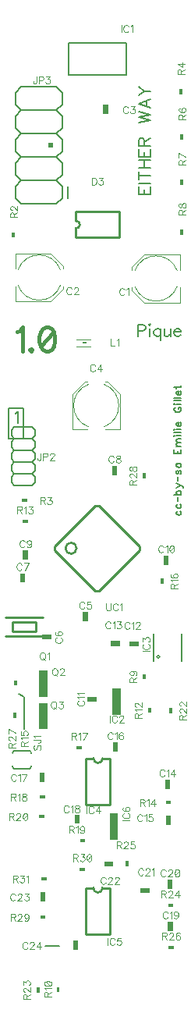
<source format=gto>
G04 DipTrace 3.3.0.0*
G04 uPeaks.GTO*
%MOIN*%
G04 #@! TF.FileFunction,Legend,Top*
G04 #@! TF.Part,Single*
%ADD10C,0.009843*%
%ADD18C,0.008*%
%ADD20C,0.01*%
%ADD21C,0.006*%
%ADD22C,0.004*%
%ADD38C,0.002756*%
%ADD90C,0.004632*%
%ADD92C,0.00772*%
%ADD93C,0.015439*%
%FSLAX26Y26*%
G04*
G70*
G90*
G75*
G01*
G04 TopSilk*
%LPD*%
X1143522Y3519458D2*
D22*
Y3454499D1*
X991928D1*
X938777Y3507645D1*
Y3519458D1*
Y3594264D2*
Y3606077D1*
X991928Y3659223D1*
X1143522D1*
Y3594264D1*
X1131705Y3523388D2*
G02X950594Y3523388I-90556J33497D01*
G01*
X1131705Y3590333D2*
G03X950594Y3590333I-90556J-33497D01*
G01*
X439191Y3598292D2*
Y3663251D1*
X590786D1*
X643937Y3610104D1*
Y3598292D1*
Y3523485D2*
Y3511673D1*
X590786Y3458526D1*
X439191D1*
Y3523485D1*
X451009Y3594361D2*
G02X632120Y3594361I90556J-33497D01*
G01*
X451009Y3527416D2*
G03X632120Y3527416I90556J33497D01*
G01*
G36*
X814671Y4298613D2*
X835913D1*
Y4259388D1*
X814671D1*
Y4298613D1*
G37*
X748046Y2911751D2*
D22*
X683087D1*
Y3063345D1*
X736233Y3116496D1*
X748046D1*
X822852D2*
X834665D1*
X887811Y3063345D1*
Y2911751D1*
X822852D1*
X751976Y2923568D2*
G02X751976Y3104679I33497J90556D01*
G01*
X818921Y2923568D2*
G03X818921Y3104679I-33497J90556D01*
G01*
G36*
X728144Y2132563D2*
X749387D1*
Y2093339D1*
X728144D1*
Y2132563D1*
G37*
G36*
X553640Y2015088D2*
X592865D1*
Y2036330D1*
X553640D1*
Y2015088D1*
G37*
G36*
X460116Y2297344D2*
X481358D1*
Y2258119D1*
X460116D1*
Y2297344D1*
G37*
G36*
X853323Y2756546D2*
X874565D1*
Y2717322D1*
X853323D1*
Y2756546D1*
G37*
G36*
X493501Y2355835D2*
X472259D1*
Y2395059D1*
X493501D1*
Y2355835D1*
G37*
G36*
X1074039Y2372693D2*
X1095282D1*
Y2333469D1*
X1074039D1*
Y2372693D1*
G37*
G36*
X787612Y1770463D2*
X748387D1*
Y1749221D1*
X787612D1*
Y1770463D1*
G37*
G36*
X927798Y1985612D2*
X967022D1*
Y2006854D1*
X927798D1*
Y1985612D1*
G37*
G36*
X846549Y1987432D2*
X885773D1*
Y2008674D1*
X846549D1*
Y1987432D1*
G37*
G36*
X1101474Y1376711D2*
X1080231D1*
Y1415936D1*
X1101474D1*
Y1376711D1*
G37*
G36*
X1083970Y1262042D2*
X1105212D1*
Y1222818D1*
X1083970D1*
Y1262042D1*
G37*
G36*
X856749Y1574854D2*
X877992D1*
Y1535630D1*
X856749D1*
Y1574854D1*
G37*
G36*
X544243Y1447013D2*
X565485D1*
Y1407789D1*
X544243D1*
Y1447013D1*
G37*
G36*
X692703Y1267328D2*
X713946D1*
Y1228104D1*
X692703D1*
Y1267328D1*
G37*
G36*
X1092070Y809665D2*
X1113312D1*
Y770441D1*
X1092070D1*
Y809665D1*
G37*
G36*
X1111912Y949739D2*
X1090670D1*
Y988963D1*
X1111912D1*
Y949739D1*
G37*
G36*
X973360Y933314D2*
X1012584D1*
Y954556D1*
X973360D1*
Y933314D1*
G37*
G36*
X858654Y1067475D2*
X819429D1*
Y1046233D1*
X858654D1*
Y1067475D1*
G37*
G36*
X546853Y936353D2*
X568096D1*
Y897129D1*
X546853D1*
Y936353D1*
G37*
G36*
X687467Y728874D2*
X708710D1*
Y689650D1*
X687467D1*
Y728874D1*
G37*
X698100Y3732004D2*
D10*
X883147D1*
Y3840284D1*
Y3842246D2*
X698100D1*
Y3802882D1*
Y3732004D2*
Y3771367D1*
G03X698100Y3802882I1844J15758D01*
G01*
X668171Y4562346D2*
D21*
Y4426118D1*
X914155D2*
Y4562346D1*
X668171D2*
X914155D1*
Y4426118D2*
X668171D1*
X1149147Y1921331D2*
D18*
Y2039427D1*
X1031037D2*
Y1921331D1*
X1044938Y1941381D2*
G02X1044938Y1941381I5652J0D01*
G01*
X741832Y1507472D2*
D10*
Y1310617D1*
X844208Y1507472D2*
Y1310617D1*
X741832D2*
X844208D1*
X773325Y1507472D2*
X741832D1*
X812714D2*
X844208D1*
X773325D2*
G03X812714Y1507472I19694J9D01*
G01*
X741463Y954512D2*
Y757658D1*
X843839Y954512D2*
Y757658D1*
X741463D2*
X843839D1*
X772956Y954512D2*
X741463D1*
X812345D2*
X843839D1*
X772956D2*
G03X812345Y954512I19694J9D01*
G01*
X435124Y2922224D2*
D21*
X422625Y2909724D1*
Y2884724D2*
X435124Y2872224D1*
X422625Y2859724D1*
Y2834724D2*
X435124Y2822224D1*
X422625Y2809724D1*
Y2784724D2*
X435124Y2772224D1*
X422625Y2759724D1*
Y2734724D2*
X435124Y2722224D1*
Y2922224D2*
X510128D1*
X522627Y2909724D1*
Y2884724D1*
X510128Y2872224D1*
X522627Y2859724D1*
Y2834724D1*
X510128Y2822224D1*
X522627Y2809724D1*
Y2784724D1*
X510128Y2772224D1*
X522627Y2759724D1*
Y2734724D1*
X510128Y2722224D1*
Y2872224D2*
X435124D1*
X510128Y2822224D2*
X435124D1*
X510128Y2772224D2*
X435124D1*
X510128Y2722224D2*
X435124D1*
X422625Y2759724D2*
Y2734724D1*
Y2809724D2*
Y2784724D1*
Y2859724D2*
Y2834724D1*
Y2909724D2*
Y2884724D1*
X435124Y2722224D2*
X422625Y2709724D1*
Y2684724D2*
X435124Y2672224D1*
X510128Y2722224D2*
X522627Y2709724D1*
Y2684724D1*
X510128Y2672224D1*
X435124D1*
X422625Y2709724D2*
Y2684724D1*
X410127Y2909724D2*
D18*
Y2884724D1*
X614853Y3875650D2*
D21*
X639850Y3900650D1*
Y3950650D2*
X614853Y3975650D1*
X639850Y4000650D1*
Y4050650D2*
X614853Y4075650D1*
X639850Y4100650D1*
Y4150650D2*
X614853Y4175650D1*
X639850Y4200650D1*
Y4250650D2*
X614853Y4275650D1*
Y3875650D2*
X464845D1*
X439848Y3900650D1*
Y3950650D1*
X464845Y3975650D1*
X439848Y4000650D1*
Y4050650D1*
X464845Y4075650D1*
X439848Y4100650D1*
Y4150650D1*
X464845Y4175650D1*
X439848Y4200650D1*
Y4250650D1*
X464845Y4275650D1*
Y3975650D2*
X614853D1*
X464845Y4075650D2*
X614853D1*
X464845Y4175650D2*
X614853D1*
X464845Y4275650D2*
X614853D1*
X639850Y4200650D2*
Y4250650D1*
Y4100650D2*
Y4150650D1*
Y4000650D2*
Y4050650D1*
Y3900650D2*
Y3950650D1*
X614853Y4275650D2*
X639850Y4300650D1*
Y4350650D2*
X614853Y4375650D1*
X464845Y4275650D2*
X439848Y4300650D1*
Y4350650D1*
X464845Y4375650D1*
X614853D1*
X639850Y4300650D2*
Y4350650D1*
X664848Y3900650D2*
D18*
Y3950650D1*
G36*
X599845Y4135650D2*
X579843D1*
Y4115650D1*
X599845D1*
Y4135650D1*
G37*
X762224Y3266318D2*
D38*
X699238D1*
Y3297814D2*
X762224D1*
G36*
X742538Y3286003D2*
X726796D1*
Y3278129D1*
X742538D1*
Y3286003D1*
G37*
X555870Y2029997D2*
D10*
X398390D1*
X555870Y2108733D2*
X398390D1*
X527130Y2088111D2*
X427130D1*
Y2050618D1*
X527130D1*
Y2088111D2*
Y2050618D1*
G36*
X438075Y3753848D2*
X425158D1*
Y3731680D1*
X438075D1*
Y3753848D1*
G37*
G36*
X467847Y2614761D2*
X490016D1*
Y2601844D1*
X467847D1*
Y2614761D1*
G37*
G36*
X1153713Y4366422D2*
X1140795D1*
Y4344253D1*
X1153713D1*
Y4366422D1*
G37*
G36*
X1158350Y4172739D2*
X1145433D1*
Y4150571D1*
X1158350D1*
Y4172739D1*
G37*
G36*
Y3978129D2*
X1145433D1*
Y3955961D1*
X1158350D1*
Y3978129D1*
G37*
G36*
Y3765629D2*
X1145433D1*
Y3743461D1*
X1158350D1*
Y3765629D1*
G37*
G36*
X997861Y1867207D2*
X984944D1*
Y1845038D1*
X997861D1*
Y1867207D1*
G37*
G36*
X615957Y508191D2*
X628874D1*
Y530360D1*
X615957D1*
Y508191D1*
G37*
G36*
X1007718Y1701770D2*
X1020635D1*
Y1723938D1*
X1007718D1*
Y1701770D1*
G37*
G36*
X470568Y2525328D2*
X492736D1*
Y2512411D1*
X470568D1*
Y2525328D1*
G37*
G36*
X1082622Y1324867D2*
X1104790D1*
Y1311950D1*
X1082622D1*
Y1324867D1*
G37*
G36*
X432773Y1818165D2*
X445690D1*
Y1840333D1*
X432773D1*
Y1818165D1*
G37*
G36*
X1060127Y2254019D2*
X1073045D1*
Y2276188D1*
X1060127D1*
Y2254019D1*
G37*
G36*
X701632Y1558524D2*
X723801D1*
Y1545606D1*
X701632D1*
Y1558524D1*
G37*
G36*
X566130Y1336525D2*
X543962D1*
Y1349442D1*
X566130D1*
Y1336525D1*
G37*
G36*
X715784Y1163189D2*
X737953D1*
Y1150272D1*
X715784D1*
Y1163189D1*
G37*
G36*
X563159Y1253764D2*
X540991D1*
Y1266681D1*
X563159D1*
Y1253764D1*
G37*
G36*
X1098433Y1699758D2*
X1111350D1*
Y1721927D1*
X1098433D1*
Y1699758D1*
G37*
G36*
X530622Y507627D2*
X543539D1*
Y529795D1*
X530622D1*
Y507627D1*
G37*
G36*
X1114459Y872818D2*
X1092290D1*
Y885735D1*
X1114459D1*
Y872818D1*
G37*
G36*
X910249Y1046454D2*
X923167D1*
Y1068622D1*
X910249D1*
Y1046454D1*
G37*
G36*
X1094610Y705671D2*
X1116778D1*
Y692753D1*
X1094610D1*
Y705671D1*
G37*
G36*
X430812Y1681232D2*
X443730D1*
Y1703400D1*
X430812D1*
Y1681232D1*
G37*
G36*
X985127Y2704019D2*
X998045D1*
Y2726188D1*
X985127D1*
Y2704019D1*
G37*
G36*
X568801Y823131D2*
X546633D1*
Y836049D1*
X568801D1*
Y823131D1*
G37*
G36*
X715048Y1040382D2*
X737217D1*
Y1027465D1*
X715048D1*
Y1040382D1*
G37*
G36*
X550982Y1000235D2*
X573151D1*
Y987318D1*
X550982D1*
Y1000235D1*
G37*
X781502Y2584894D2*
D20*
X796789D1*
X969411Y2412272D1*
Y2396985D1*
X796789Y2224364D1*
X781502D1*
X608881Y2396985D1*
Y2412272D1*
X781502Y2584894D1*
X654149Y2404629D2*
G02X654149Y2404629I23632J0D01*
G01*
X435974Y1540843D2*
D18*
X498964D1*
X435974Y1462108D2*
G02X428101Y1473918I1960J9836D01*
G01*
X506837D2*
G02X498964Y1462108I-9827J-1977D01*
G01*
X506837Y1529034D2*
G03X498964Y1540843I-9840J1969D01*
G01*
X435974D2*
G03X428101Y1529034I1947J-9828D01*
G01*
X498964Y1462108D2*
X435974D1*
X628663Y706700D2*
D21*
X566163D1*
X478663Y1631700D2*
Y1769200D1*
X453663Y1781700D1*
G36*
X541163Y1881700D2*
X578663D1*
Y1769200D1*
X541163D1*
Y1881700D1*
G37*
G36*
Y1744200D2*
X578663D1*
Y1631700D1*
X541163D1*
Y1744200D1*
G37*
G36*
X853663Y1806700D2*
X891163D1*
Y1694200D1*
X853663D1*
Y1806700D1*
G37*
G36*
X843700Y1272577D2*
X878182D1*
Y1160228D1*
X843700D1*
Y1272577D1*
G37*
X412280Y3001906D2*
D21*
X473501D1*
Y2873966D1*
X412280D1*
Y3001906D1*
X906110Y3508762D2*
D90*
X904684Y3511614D1*
X901799Y3514499D1*
X898947Y3515925D1*
X893210D1*
X890325Y3514499D1*
X887473Y3511614D1*
X886014Y3508762D1*
X884588Y3504451D1*
Y3497255D1*
X886014Y3492977D1*
X887473Y3490092D1*
X890325Y3487240D1*
X893210Y3485781D1*
X898947D1*
X901799Y3487240D1*
X904684Y3490092D1*
X906110Y3492977D1*
X915373Y3510155D2*
X918259Y3511614D1*
X922570Y3515892D1*
Y3485781D1*
X680353Y3512218D2*
X678927Y3515070D1*
X676042Y3517955D1*
X673190Y3519381D1*
X667453D1*
X664568Y3517955D1*
X661716Y3515070D1*
X660257Y3512218D1*
X658831Y3507907D1*
Y3500711D1*
X660257Y3496433D1*
X661716Y3493548D1*
X664568Y3490696D1*
X667453Y3489237D1*
X673190D1*
X676042Y3490696D1*
X678927Y3493548D1*
X680353Y3496433D1*
X691076Y3512185D2*
Y3513611D1*
X692502Y3516496D1*
X693927Y3517922D1*
X696813Y3519348D1*
X702550D1*
X705401Y3517922D1*
X706827Y3516496D1*
X708286Y3513611D1*
Y3510759D1*
X706827Y3507874D1*
X703975Y3503596D1*
X689616Y3489237D1*
X709712D1*
X921555Y4285455D2*
X920129Y4288307D1*
X917244Y4291192D1*
X914392Y4292618D1*
X908655D1*
X905770Y4291192D1*
X902918Y4288307D1*
X901459Y4285455D1*
X900033Y4281144D1*
Y4273948D1*
X901459Y4269670D1*
X902918Y4266785D1*
X905770Y4263933D1*
X908655Y4262474D1*
X914392D1*
X917244Y4263933D1*
X920129Y4266785D1*
X921555Y4269670D1*
X933704Y4292584D2*
X949455D1*
X940867Y4281110D1*
X945178D1*
X948029Y4279685D1*
X949455Y4278259D1*
X950915Y4273948D1*
Y4271096D1*
X949455Y4266785D1*
X946604Y4263900D1*
X942292Y4262474D1*
X937981D1*
X933704Y4263900D1*
X932278Y4265359D1*
X930819Y4268211D1*
X780817Y3182784D2*
X779391Y3185636D1*
X776506Y3188521D1*
X773654Y3189947D1*
X767917D1*
X765032Y3188521D1*
X762180Y3185636D1*
X760721Y3182784D1*
X759295Y3178473D1*
Y3171277D1*
X760721Y3166999D1*
X762180Y3164114D1*
X765032Y3161262D1*
X767917Y3159803D1*
X773654D1*
X776506Y3161262D1*
X779391Y3164114D1*
X780817Y3166999D1*
X804440Y3159803D2*
Y3189914D1*
X790081Y3169851D1*
X811603D1*
X735029Y2169405D2*
X733603Y2172257D1*
X730718Y2175142D1*
X727866Y2176568D1*
X722129D1*
X719244Y2175142D1*
X716392Y2172257D1*
X714933Y2169405D1*
X713507Y2165094D1*
Y2157898D1*
X714933Y2153620D1*
X716392Y2150735D1*
X719244Y2147883D1*
X722129Y2146424D1*
X727866D1*
X730718Y2147883D1*
X733603Y2150735D1*
X735029Y2153620D1*
X761503Y2176535D2*
X747177D1*
X745751Y2163635D1*
X747177Y2165061D1*
X751488Y2166520D1*
X755766D1*
X760077Y2165061D1*
X762962Y2162209D1*
X764388Y2157898D1*
Y2155046D1*
X762962Y2150735D1*
X760077Y2147850D1*
X755766Y2146424D1*
X751488D1*
X747177Y2147850D1*
X745751Y2149309D1*
X744292Y2152161D1*
X616799Y2022702D2*
X613947Y2021276D1*
X611062Y2018391D1*
X609636Y2015539D1*
Y2009802D1*
X611062Y2006917D1*
X613947Y2004065D1*
X616799Y2002606D1*
X621110Y2001180D1*
X628306D1*
X632584Y2002606D1*
X635469Y2004065D1*
X638321Y2006917D1*
X639780Y2009802D1*
Y2015539D1*
X638321Y2018391D1*
X635469Y2021276D1*
X632584Y2022702D1*
X613947Y2049176D2*
X611095Y2047750D1*
X609669Y2043439D1*
Y2040588D1*
X611095Y2036277D1*
X615406Y2033391D1*
X622569Y2031965D1*
X629732D1*
X635469Y2033391D1*
X638354Y2036276D1*
X639780Y2040587D1*
Y2042013D1*
X638354Y2046291D1*
X635469Y2049176D1*
X631158Y2050602D1*
X629732D1*
X625421Y2049176D1*
X622569Y2046291D1*
X621143Y2042013D1*
Y2040588D1*
X622569Y2036276D1*
X625421Y2033391D1*
X629732Y2031965D1*
X467000Y2334186D2*
X465574Y2337038D1*
X462689Y2339923D1*
X459837Y2341349D1*
X454100D1*
X451215Y2339923D1*
X448363Y2337038D1*
X446904Y2334186D1*
X445478Y2329875D1*
Y2322679D1*
X446904Y2318401D1*
X448363Y2315516D1*
X451215Y2312664D1*
X454100Y2311205D1*
X459837D1*
X462689Y2312664D1*
X465574Y2315516D1*
X467000Y2318401D1*
X482000Y2311205D2*
X496359Y2341315D1*
X476263D1*
X860224Y2793388D2*
X858798Y2796240D1*
X855913Y2799125D1*
X853061Y2800551D1*
X847324D1*
X844439Y2799125D1*
X841587Y2796240D1*
X840128Y2793388D1*
X838702Y2789077D1*
Y2781881D1*
X840128Y2777603D1*
X841587Y2774718D1*
X844439Y2771866D1*
X847324Y2770407D1*
X853061D1*
X855913Y2771866D1*
X858798Y2774718D1*
X860224Y2777603D1*
X876650Y2800518D2*
X872372Y2799092D1*
X870913Y2796240D1*
Y2793355D1*
X872372Y2790503D1*
X875224Y2789044D1*
X880961Y2787618D1*
X885272Y2786192D1*
X888124Y2783307D1*
X889550Y2780455D1*
Y2776144D1*
X888124Y2773292D1*
X886698Y2771833D1*
X882387Y2770407D1*
X876650D1*
X872372Y2771833D1*
X870913Y2773292D1*
X869487Y2776144D1*
Y2780455D1*
X870913Y2783307D1*
X873798Y2786192D1*
X878076Y2787618D1*
X883813Y2789044D1*
X886698Y2790503D1*
X888124Y2793355D1*
Y2796240D1*
X886698Y2799092D1*
X882387Y2800518D1*
X876650D1*
X479492Y2431905D2*
X478066Y2434757D1*
X475181Y2437642D1*
X472329Y2439068D1*
X466592D1*
X463707Y2437642D1*
X460855Y2434757D1*
X459396Y2431905D1*
X457970Y2427594D1*
Y2420398D1*
X459396Y2416120D1*
X460855Y2413235D1*
X463707Y2410383D1*
X466592Y2408924D1*
X472329D1*
X475181Y2410383D1*
X478066Y2413235D1*
X479492Y2416120D1*
X507426Y2429020D2*
X505967Y2424709D1*
X503115Y2421824D1*
X498804Y2420398D1*
X497378D1*
X493067Y2421824D1*
X490215Y2424709D1*
X488756Y2429020D1*
Y2430446D1*
X490215Y2434757D1*
X493067Y2437609D1*
X497378Y2439035D1*
X498804D1*
X503115Y2437609D1*
X505967Y2434757D1*
X507426Y2429020D1*
Y2421824D1*
X505967Y2414661D1*
X503115Y2410350D1*
X498804Y2408924D1*
X495952D1*
X491641Y2410350D1*
X490215Y2413235D1*
X1072694Y2409535D2*
X1071268Y2412387D1*
X1068383Y2415272D1*
X1065531Y2416698D1*
X1059794D1*
X1056909Y2415272D1*
X1054057Y2412387D1*
X1052598Y2409535D1*
X1051172Y2405224D1*
Y2398028D1*
X1052598Y2393750D1*
X1054057Y2390865D1*
X1056909Y2388013D1*
X1059794Y2386554D1*
X1065531D1*
X1068383Y2388013D1*
X1071268Y2390865D1*
X1072694Y2393750D1*
X1081957Y2410928D2*
X1084843Y2412387D1*
X1089154Y2416664D1*
Y2386554D1*
X1107039Y2416664D2*
X1102728Y2415239D1*
X1099843Y2410928D1*
X1098417Y2403765D1*
Y2399454D1*
X1099843Y2392291D1*
X1102728Y2387980D1*
X1107039Y2386554D1*
X1109891D1*
X1114202Y2387980D1*
X1117054Y2392291D1*
X1118513Y2399454D1*
Y2403765D1*
X1117054Y2410928D1*
X1114202Y2415239D1*
X1109891Y2416664D1*
X1107039D1*
X1117054Y2410928D2*
X1099843Y2392291D1*
X711542Y1753962D2*
X708690Y1752536D1*
X705805Y1749651D1*
X704379Y1746799D1*
Y1741062D1*
X705804Y1738177D1*
X708690Y1735325D1*
X711541Y1733866D1*
X715852Y1732440D1*
X723049D1*
X727326Y1733866D1*
X730212Y1735325D1*
X733063Y1738177D1*
X734523Y1741062D1*
Y1746799D1*
X733063Y1749650D1*
X730212Y1752536D1*
X727326Y1753962D1*
X710149Y1763225D2*
X708690Y1766110D1*
X704412Y1770421D1*
X734523D1*
X710149Y1779685D2*
X708690Y1782570D1*
X704412Y1786881D1*
X734523D1*
X928078Y2083186D2*
X926652Y2086038D1*
X923767Y2088923D1*
X920916Y2090349D1*
X915179D1*
X912293Y2088923D1*
X909442Y2086038D1*
X907982Y2083186D1*
X906556Y2078875D1*
Y2071679D1*
X907982Y2067401D1*
X909442Y2064516D1*
X912293Y2061664D1*
X915179Y2060205D1*
X920916D1*
X923767Y2061664D1*
X926652Y2064516D1*
X928078Y2067401D1*
X937342Y2084578D2*
X940227Y2086038D1*
X944538Y2090315D1*
Y2060205D1*
X955261Y2083152D2*
Y2084578D1*
X956687Y2087464D1*
X958113Y2088889D1*
X960998Y2090315D1*
X966735D1*
X969587Y2088889D1*
X971013Y2087464D1*
X972472Y2084578D1*
Y2081727D1*
X971013Y2078841D1*
X968161Y2074564D1*
X953802Y2060205D1*
X973898D1*
X846829Y2085006D2*
X845403Y2087858D1*
X842518Y2090743D1*
X839666Y2092169D1*
X833929D1*
X831044Y2090743D1*
X828192Y2087858D1*
X826733Y2085006D1*
X825307Y2080695D1*
Y2073499D1*
X826733Y2069221D1*
X828192Y2066336D1*
X831044Y2063484D1*
X833929Y2062025D1*
X839666D1*
X842518Y2063484D1*
X845403Y2066336D1*
X846829Y2069221D1*
X856093Y2086399D2*
X858978Y2087858D1*
X863289Y2092136D1*
Y2062025D1*
X875437Y2092136D2*
X891189D1*
X882600Y2080662D1*
X886911D1*
X889763Y2079236D1*
X891189Y2077810D1*
X892648Y2073499D1*
Y2070647D1*
X891189Y2066336D1*
X888337Y2063451D1*
X884026Y2062025D1*
X879715D1*
X875437Y2063451D1*
X874011Y2064910D1*
X872552Y2067762D1*
X1077809Y1452781D2*
X1076383Y1455633D1*
X1073498Y1458518D1*
X1070646Y1459944D1*
X1064909D1*
X1062024Y1458518D1*
X1059172Y1455633D1*
X1057713Y1452781D1*
X1056287Y1448470D1*
Y1441274D1*
X1057713Y1436996D1*
X1059172Y1434111D1*
X1062024Y1431259D1*
X1064909Y1429800D1*
X1070646D1*
X1073498Y1431259D1*
X1076383Y1434111D1*
X1077809Y1436996D1*
X1087073Y1454174D2*
X1089958Y1455633D1*
X1094269Y1459911D1*
Y1429800D1*
X1117891D2*
Y1459911D1*
X1103532Y1439848D1*
X1125054D1*
X982624Y1261384D2*
X981198Y1264236D1*
X978313Y1267121D1*
X975461Y1268547D1*
X969724D1*
X966839Y1267121D1*
X963987Y1264236D1*
X962528Y1261384D1*
X961102Y1257073D1*
Y1249877D1*
X962528Y1245599D1*
X963987Y1242714D1*
X966839Y1239862D1*
X969724Y1238403D1*
X975461D1*
X978313Y1239862D1*
X981198Y1242714D1*
X982624Y1245599D1*
X991888Y1262777D2*
X994773Y1264236D1*
X999084Y1268514D1*
Y1238403D1*
X1025559Y1268514D2*
X1011233D1*
X1009807Y1255614D1*
X1011233Y1257040D1*
X1015544Y1258499D1*
X1019822D1*
X1024133Y1257040D1*
X1027018Y1254188D1*
X1028444Y1249877D1*
Y1247025D1*
X1027018Y1242714D1*
X1024133Y1239829D1*
X1019822Y1238403D1*
X1015544D1*
X1011233Y1239829D1*
X1009807Y1241288D1*
X1008348Y1244140D1*
X856133Y1611696D2*
X854708Y1614548D1*
X851822Y1617433D1*
X848971Y1618859D1*
X843234D1*
X840348Y1617433D1*
X837497Y1614548D1*
X836037Y1611696D1*
X834612Y1607385D1*
Y1600189D1*
X836037Y1595911D1*
X837497Y1593026D1*
X840348Y1590174D1*
X843234Y1588715D1*
X848971D1*
X851822Y1590174D1*
X854708Y1593026D1*
X856133Y1595911D1*
X865397Y1613089D2*
X868282Y1614548D1*
X872593Y1618826D1*
Y1588715D1*
X899068Y1614548D2*
X897642Y1617400D1*
X893331Y1618826D1*
X890479D1*
X886168Y1617400D1*
X883283Y1613089D1*
X881857Y1605926D1*
Y1598763D1*
X883283Y1593026D1*
X886168Y1590141D1*
X890479Y1588715D1*
X891905D1*
X896183Y1590141D1*
X899068Y1593026D1*
X900494Y1597337D1*
Y1598763D1*
X899068Y1603074D1*
X896183Y1605926D1*
X891905Y1607352D1*
X890479D1*
X886168Y1605926D1*
X883283Y1603074D1*
X881857Y1598763D1*
X442897Y1433855D2*
X441471Y1436707D1*
X438586Y1439592D1*
X435734Y1441018D1*
X429997D1*
X427112Y1439592D1*
X424260Y1436707D1*
X422801Y1433855D1*
X421375Y1429544D1*
Y1422348D1*
X422801Y1418070D1*
X424260Y1415185D1*
X427112Y1412333D1*
X429997Y1410874D1*
X435734D1*
X438586Y1412333D1*
X441471Y1415185D1*
X442897Y1418070D1*
X452161Y1435248D2*
X455046Y1436707D1*
X459357Y1440985D1*
Y1410874D1*
X474358D2*
X488717Y1440985D1*
X468621D1*
X668023Y1298981D2*
X666597Y1301833D1*
X663712Y1304718D1*
X660860Y1306144D1*
X655123D1*
X652238Y1304718D1*
X649386Y1301833D1*
X647927Y1298981D1*
X646501Y1294670D1*
Y1287474D1*
X647927Y1283196D1*
X649386Y1280311D1*
X652238Y1277459D1*
X655123Y1276000D1*
X660860D1*
X663712Y1277459D1*
X666597Y1280311D1*
X668023Y1283196D1*
X677286Y1300374D2*
X680171Y1301833D1*
X684482Y1306111D1*
Y1276000D1*
X700909Y1306111D2*
X696631Y1304685D1*
X695172Y1301833D1*
Y1298948D1*
X696631Y1296096D1*
X699483Y1294637D1*
X705220Y1293211D1*
X709531Y1291785D1*
X712383Y1288900D1*
X713809Y1286048D1*
Y1281737D1*
X712383Y1278885D1*
X710957Y1277426D1*
X706646Y1276000D1*
X700909D1*
X696631Y1277426D1*
X695172Y1278885D1*
X693746Y1281737D1*
Y1286048D1*
X695172Y1288900D1*
X698057Y1291785D1*
X702335Y1293211D1*
X708072Y1294637D1*
X710957Y1296096D1*
X712383Y1298948D1*
Y1301833D1*
X710957Y1304685D1*
X706646Y1306111D1*
X700909D1*
X1091437Y846507D2*
X1090011Y849359D1*
X1087126Y852244D1*
X1084274Y853670D1*
X1078537D1*
X1075652Y852244D1*
X1072800Y849359D1*
X1071341Y846507D1*
X1069915Y842196D1*
Y835000D1*
X1071341Y830722D1*
X1072800Y827837D1*
X1075652Y824985D1*
X1078537Y823526D1*
X1084274D1*
X1087126Y824985D1*
X1090011Y827837D1*
X1091437Y830722D1*
X1100701Y847900D2*
X1103586Y849359D1*
X1107897Y853637D1*
Y823526D1*
X1135830Y843622D2*
X1134371Y839311D1*
X1131519Y836426D1*
X1127208Y835000D1*
X1125782D1*
X1121471Y836426D1*
X1118619Y839311D1*
X1117160Y843622D1*
Y845048D1*
X1118619Y849359D1*
X1121471Y852211D1*
X1125782Y853637D1*
X1127208D1*
X1131519Y852211D1*
X1134371Y849359D1*
X1135830Y843622D1*
Y836426D1*
X1134371Y829263D1*
X1131519Y824952D1*
X1127208Y823526D1*
X1124356D1*
X1120045Y824952D1*
X1118619Y827837D1*
X1082510Y1025809D2*
X1081084Y1028661D1*
X1078199Y1031546D1*
X1075347Y1032972D1*
X1069610D1*
X1066725Y1031546D1*
X1063873Y1028661D1*
X1062414Y1025809D1*
X1060988Y1021498D1*
Y1014302D1*
X1062414Y1010024D1*
X1063873Y1007139D1*
X1066725Y1004287D1*
X1069610Y1002828D1*
X1075347D1*
X1078199Y1004287D1*
X1081084Y1007139D1*
X1082510Y1010024D1*
X1093233Y1025776D2*
Y1027202D1*
X1094659Y1030087D1*
X1096085Y1031513D1*
X1098970Y1032939D1*
X1104707D1*
X1107559Y1031513D1*
X1108985Y1030087D1*
X1110444Y1027202D1*
Y1024350D1*
X1108985Y1021465D1*
X1106133Y1017187D1*
X1091774Y1002828D1*
X1111870D1*
X1129756Y1032939D2*
X1125445Y1031513D1*
X1122559Y1027202D1*
X1121133Y1020039D1*
Y1015728D1*
X1122559Y1008565D1*
X1125445Y1004254D1*
X1129756Y1002828D1*
X1132607D1*
X1136918Y1004254D1*
X1139770Y1008565D1*
X1141229Y1015728D1*
Y1020039D1*
X1139770Y1027202D1*
X1136918Y1031513D1*
X1132607Y1032939D1*
X1129756D1*
X1139770Y1027202D2*
X1122559Y1008565D1*
X986140Y1030888D2*
X984714Y1033740D1*
X981829Y1036625D1*
X978977Y1038051D1*
X973240D1*
X970355Y1036625D1*
X967503Y1033740D1*
X966044Y1030888D1*
X964618Y1026577D1*
Y1019381D1*
X966044Y1015103D1*
X967503Y1012218D1*
X970355Y1009366D1*
X973240Y1007907D1*
X978977D1*
X981829Y1009366D1*
X984714Y1012218D1*
X986140Y1015103D1*
X996863Y1030855D2*
Y1032281D1*
X998289Y1035166D1*
X999715Y1036592D1*
X1002600Y1038018D1*
X1008337D1*
X1011189Y1036592D1*
X1012615Y1035166D1*
X1014074Y1032281D1*
Y1029429D1*
X1012615Y1026544D1*
X1009763Y1022266D1*
X995404Y1007907D1*
X1015500D1*
X1024763Y1032281D2*
X1027648Y1033740D1*
X1031959Y1038018D1*
Y1007907D1*
X825756Y993443D2*
X824330Y996295D1*
X821445Y999180D1*
X818593Y1000606D1*
X812856D1*
X809971Y999180D1*
X807119Y996295D1*
X805660Y993443D1*
X804234Y989132D1*
Y981936D1*
X805660Y977658D1*
X807119Y974773D1*
X809971Y971921D1*
X812856Y970462D1*
X818593D1*
X821445Y971921D1*
X824330Y974773D1*
X825756Y977658D1*
X836478Y993410D2*
Y994836D1*
X837904Y997721D1*
X839330Y999147D1*
X842215Y1000573D1*
X847952D1*
X850804Y999147D1*
X852230Y997721D1*
X853689Y994836D1*
Y991984D1*
X852230Y989099D1*
X849378Y984821D1*
X835019Y970462D1*
X855115D1*
X865838Y993410D2*
Y994836D1*
X867264Y997721D1*
X868690Y999147D1*
X871575Y1000573D1*
X877312D1*
X880164Y999147D1*
X881590Y997721D1*
X883049Y994836D1*
Y991984D1*
X881590Y989099D1*
X878738Y984821D1*
X864379Y970462D1*
X884475D1*
X439058Y923195D2*
X437632Y926047D1*
X434747Y928932D1*
X431895Y930358D1*
X426158D1*
X423273Y928932D1*
X420421Y926047D1*
X418962Y923195D1*
X417536Y918884D1*
Y911688D1*
X418962Y907410D1*
X420421Y904525D1*
X423273Y901673D1*
X426158Y900214D1*
X431895D1*
X434747Y901673D1*
X437632Y904525D1*
X439058Y907410D1*
X449780Y923162D2*
Y924588D1*
X451206Y927473D1*
X452632Y928899D1*
X455517Y930325D1*
X461254D1*
X464106Y928899D1*
X465532Y927473D1*
X466991Y924588D1*
Y921736D1*
X465532Y918851D1*
X462680Y914573D1*
X448321Y900214D1*
X468417D1*
X480566Y930325D2*
X496318D1*
X487729Y918851D1*
X492040D1*
X494892Y917425D1*
X496318Y915999D1*
X497777Y911688D1*
Y908836D1*
X496318Y904525D1*
X493466Y901640D1*
X489155Y900214D1*
X484844D1*
X480566Y901640D1*
X479140Y903099D1*
X477681Y905951D1*
X491459Y715716D2*
X490033Y718568D1*
X487148Y721453D1*
X484296Y722879D1*
X478559D1*
X475674Y721453D1*
X472822Y718568D1*
X471363Y715716D1*
X469937Y711405D1*
Y704209D1*
X471363Y699931D1*
X472822Y697046D1*
X475674Y694194D1*
X478559Y692735D1*
X484296D1*
X487148Y694194D1*
X490033Y697046D1*
X491459Y699931D1*
X502181Y715683D2*
Y717109D1*
X503607Y719994D1*
X505033Y721420D1*
X507918Y722846D1*
X513655D1*
X516507Y721420D1*
X517933Y719994D1*
X519392Y717109D1*
Y714257D1*
X517933Y711372D1*
X515081Y707094D1*
X500722Y692735D1*
X520818D1*
X544441D2*
Y722846D1*
X530082Y702783D1*
X551604D1*
X765896Y3986767D2*
Y3956623D1*
X775944D1*
X780255Y3958082D1*
X783140Y3960934D1*
X784566Y3963819D1*
X785992Y3968097D1*
Y3975293D1*
X784566Y3979604D1*
X783140Y3982456D1*
X780255Y3985341D1*
X775944Y3986767D1*
X765896D1*
X798140Y3986734D2*
X813892D1*
X805303Y3975260D1*
X809614D1*
X812466Y3973834D1*
X813892Y3972408D1*
X815351Y3968097D1*
Y3965245D1*
X813892Y3960934D1*
X811040Y3958049D1*
X806729Y3956623D1*
X802418D1*
X798140Y3958049D1*
X796714Y3959508D1*
X795255Y3962360D1*
X892540Y4639133D2*
Y4608989D1*
X923326Y4631970D2*
X921900Y4634822D1*
X919015Y4637707D1*
X916163Y4639133D1*
X910426D1*
X907541Y4637707D1*
X904689Y4634822D1*
X903230Y4631970D1*
X901804Y4627659D1*
Y4620463D1*
X903230Y4616185D1*
X904689Y4613300D1*
X907541Y4610448D1*
X910426Y4608989D1*
X916163D1*
X919015Y4610448D1*
X921900Y4613300D1*
X923326Y4616185D1*
X932589Y4633363D2*
X935474Y4634822D1*
X939785Y4639100D1*
Y4608989D1*
X843324Y1691227D2*
Y1661083D1*
X874109Y1684064D2*
X872683Y1686916D1*
X869798Y1689801D1*
X866946Y1691227D1*
X861209D1*
X858324Y1689801D1*
X855472Y1686916D1*
X854013Y1684064D1*
X852587Y1679753D1*
Y1672556D1*
X854013Y1668279D1*
X855472Y1665394D1*
X858324Y1662542D1*
X861209Y1661083D1*
X866946D1*
X869798Y1662542D1*
X872683Y1665394D1*
X874109Y1668279D1*
X884832Y1684030D2*
Y1685456D1*
X886258Y1688341D1*
X887684Y1689767D1*
X890569Y1691193D1*
X896306D1*
X899158Y1689767D1*
X900584Y1688341D1*
X902043Y1685456D1*
Y1682604D1*
X900584Y1679719D1*
X897732Y1675442D1*
X883373Y1661083D1*
X903469D1*
X983658Y1964874D2*
X1013802D1*
X990821Y1995659D2*
X987969Y1994233D1*
X985084Y1991348D1*
X983658Y1988496D1*
Y1982759D1*
X985084Y1979874D1*
X987969Y1977022D1*
X990821Y1975563D1*
X995132Y1974137D1*
X1002328D1*
X1006606Y1975563D1*
X1009491Y1977022D1*
X1012343Y1979874D1*
X1013802Y1982759D1*
Y1988496D1*
X1012343Y1991348D1*
X1009491Y1994233D1*
X1006606Y1995659D1*
X983691Y2007808D2*
Y2023560D1*
X995165Y2014971D1*
Y2019282D1*
X996591Y2022134D1*
X998017Y2023560D1*
X1002328Y2025019D1*
X1005180D1*
X1009491Y2023560D1*
X1012376Y2020708D1*
X1013802Y2016397D1*
Y2012086D1*
X1012376Y2007808D1*
X1010917Y2006382D1*
X1008065Y2004923D1*
X743283Y1302696D2*
Y1272552D1*
X774068Y1295533D2*
X772642Y1298385D1*
X769757Y1301270D1*
X766905Y1302696D1*
X761168D1*
X758283Y1301270D1*
X755431Y1298385D1*
X753972Y1295533D1*
X752546Y1291222D1*
Y1284026D1*
X753972Y1279748D1*
X755431Y1276863D1*
X758283Y1274011D1*
X761168Y1272552D1*
X766905D1*
X769757Y1274011D1*
X772642Y1276863D1*
X774068Y1279748D1*
X797691Y1272552D2*
Y1302663D1*
X783332Y1282600D1*
X804854D1*
X833534Y740722D2*
Y710578D1*
X864319Y733559D2*
X862893Y736411D1*
X860008Y739296D1*
X857156Y740722D1*
X851419D1*
X848534Y739296D1*
X845682Y736411D1*
X844223Y733559D1*
X842797Y729248D1*
Y722052D1*
X844223Y717774D1*
X845682Y714889D1*
X848534Y712037D1*
X851419Y710578D1*
X857156D1*
X860008Y712037D1*
X862893Y714889D1*
X864319Y717774D1*
X890794Y740689D2*
X876468D1*
X875042Y727789D1*
X876468Y729215D1*
X880779Y730674D1*
X885057D1*
X889368Y729215D1*
X892253Y726363D1*
X893679Y722052D1*
Y719200D1*
X892253Y714889D1*
X889368Y712004D1*
X885057Y710578D1*
X880779D1*
X876468Y712004D1*
X875042Y713463D1*
X873583Y716315D1*
X898444Y1241984D2*
X928588D1*
X905607Y1272769D2*
X902755Y1271343D1*
X899870Y1268458D1*
X898444Y1265607D1*
Y1259870D1*
X899870Y1256984D1*
X902755Y1254133D1*
X905607Y1252673D1*
X909918Y1251247D1*
X917114D1*
X921392Y1252673D1*
X924277Y1254133D1*
X927129Y1256984D1*
X928588Y1259869D1*
Y1265606D1*
X927129Y1268458D1*
X924277Y1271343D1*
X921392Y1272769D1*
X902755Y1299244D2*
X899903Y1297818D1*
X898477Y1293507D1*
Y1290655D1*
X899903Y1286344D1*
X904214Y1283459D1*
X911377Y1282033D1*
X918540D1*
X924277Y1283459D1*
X927162Y1286344D1*
X928588Y1290655D1*
Y1292081D1*
X927162Y1296359D1*
X924277Y1299244D1*
X919966Y1300670D1*
X918540D1*
X914229Y1299244D1*
X911377Y1296359D1*
X909951Y1292081D1*
Y1290655D1*
X911377Y1286344D1*
X914229Y1283459D1*
X918540Y1282033D1*
X548439Y2811045D2*
Y2788098D1*
X547013Y2783786D1*
X545554Y2782361D1*
X542702Y2780901D1*
X539817D1*
X536965Y2782361D1*
X535540Y2783786D1*
X534080Y2788098D1*
Y2790949D1*
X557703Y2795260D2*
X570636D1*
X574914Y2796686D1*
X576373Y2798146D1*
X577799Y2800997D1*
Y2805308D1*
X576373Y2808160D1*
X574914Y2809619D1*
X570636Y2811045D1*
X557703D1*
Y2780901D1*
X588522Y2803849D2*
Y2805275D1*
X589948Y2808160D1*
X591374Y2809586D1*
X594259Y2811012D1*
X599996D1*
X602847Y2809586D1*
X604273Y2808160D1*
X605733Y2805275D1*
Y2802423D1*
X604273Y2799538D1*
X601422Y2795260D1*
X587063Y2780901D1*
X607159D1*
X530168Y4419583D2*
Y4396636D1*
X528742Y4392325D1*
X527283Y4390899D1*
X524431Y4389439D1*
X521546D1*
X518694Y4390899D1*
X517268Y4392325D1*
X515809Y4396636D1*
Y4399487D1*
X539431Y4403799D2*
X552364D1*
X556642Y4405224D1*
X558101Y4406684D1*
X559527Y4409535D1*
Y4413847D1*
X558101Y4416698D1*
X556642Y4418158D1*
X552364Y4419583D1*
X539431D1*
Y4389439D1*
X571676Y4419550D2*
X587428D1*
X578839Y4408076D1*
X583150D1*
X586002Y4406650D1*
X587428Y4405224D1*
X588887Y4400913D1*
Y4398062D1*
X587428Y4393751D1*
X584576Y4390865D1*
X580265Y4389439D1*
X575954D1*
X571676Y4390865D1*
X570250Y4392325D1*
X568791Y4395176D1*
X846153Y3298746D2*
Y3268602D1*
X863364D1*
X872627Y3292976D2*
X875512Y3294435D1*
X879824Y3298713D1*
Y3268602D1*
X553532Y1959667D2*
X550680Y1958275D1*
X547795Y1955390D1*
X546369Y1952505D1*
X544910Y1948194D1*
Y1941031D1*
X546369Y1936720D1*
X547795Y1933868D1*
X550680Y1930983D1*
X553532Y1929557D1*
X559269D1*
X562154Y1930983D1*
X565006Y1933868D1*
X566432Y1936720D1*
X567891Y1941031D1*
Y1948194D1*
X566432Y1952505D1*
X565006Y1955390D1*
X562154Y1958275D1*
X559269Y1959667D1*
X553532D1*
X557843Y1935294D2*
X566432Y1926672D1*
X577154Y1953897D2*
X580039Y1955356D1*
X584350Y1959634D1*
Y1929523D1*
X605330Y1891935D2*
X602478Y1890542D1*
X599593Y1887657D1*
X598167Y1884772D1*
X596708Y1880461D1*
Y1873298D1*
X598167Y1868987D1*
X599593Y1866135D1*
X602478Y1863250D1*
X605330Y1861824D1*
X611067D1*
X613952Y1863250D1*
X616804Y1866135D1*
X618230Y1868987D1*
X619689Y1873298D1*
Y1880461D1*
X618230Y1884772D1*
X616804Y1887657D1*
X613952Y1890542D1*
X611067Y1891935D1*
X605330D1*
X609641Y1867561D2*
X618230Y1858939D1*
X630411Y1884739D2*
Y1886165D1*
X631837Y1889050D1*
X633263Y1890476D1*
X636148Y1891902D1*
X641885D1*
X644737Y1890476D1*
X646163Y1889050D1*
X647622Y1886165D1*
Y1883313D1*
X646163Y1880428D1*
X643311Y1876150D1*
X628952Y1861791D1*
X649048D1*
X600810Y1751028D2*
X597958Y1749636D1*
X595073Y1746751D1*
X593647Y1743865D1*
X592188Y1739554D1*
Y1732391D1*
X593647Y1728080D1*
X595073Y1725229D1*
X597958Y1722343D1*
X600810Y1720918D1*
X606547D1*
X609432Y1722343D1*
X612284Y1725229D1*
X613710Y1728080D1*
X615169Y1732391D1*
Y1739554D1*
X613710Y1743865D1*
X612284Y1746751D1*
X609432Y1749636D1*
X606547Y1751028D1*
X600810D1*
X605121Y1726654D2*
X613710Y1718032D1*
X627318Y1750995D2*
X643069D1*
X634481Y1739521D1*
X638792D1*
X641644Y1738095D1*
X643069Y1736669D1*
X644529Y1732358D1*
Y1729506D1*
X643069Y1725195D1*
X640218Y1722310D1*
X635907Y1720884D1*
X631596D1*
X627318Y1722310D1*
X625892Y1723769D1*
X624433Y1726621D1*
X432780Y3817976D2*
Y3830876D1*
X431320Y3835187D1*
X429895Y3836646D1*
X427043Y3838072D1*
X424158D1*
X421306Y3836646D1*
X419847Y3835187D1*
X418421Y3830876D1*
Y3817976D1*
X448565D1*
X432780Y3828024D2*
X448565Y3838072D1*
X425617Y3848794D2*
X424191D1*
X421306Y3850220D1*
X419880Y3851646D1*
X418454Y3854531D1*
Y3860268D1*
X419880Y3863120D1*
X421306Y3864546D1*
X424191Y3866005D1*
X427043D1*
X429928Y3864546D1*
X434206Y3861694D1*
X448565Y3847335D1*
Y3867431D1*
X546197Y2608341D2*
X559097D1*
X563408Y2609800D1*
X564867Y2611226D1*
X566293Y2614078D1*
Y2616963D1*
X564867Y2619815D1*
X563408Y2621274D1*
X559097Y2622700D1*
X546197D1*
Y2592556D1*
X556245Y2608341D2*
X566293Y2592556D1*
X578442Y2622667D2*
X594194D1*
X585605Y2611193D1*
X589916D1*
X592768Y2609767D1*
X594194Y2608341D1*
X595653Y2604030D1*
Y2601178D1*
X594194Y2596867D1*
X591342Y2593982D1*
X587031Y2592556D1*
X582720D1*
X578442Y2593982D1*
X577016Y2595441D1*
X575557Y2598293D1*
X1148417Y4429836D2*
Y4442736D1*
X1146958Y4447047D1*
X1145532Y4448506D1*
X1142680Y4449932D1*
X1139795D1*
X1136943Y4448506D1*
X1135484Y4447047D1*
X1134058Y4442736D1*
Y4429836D1*
X1164202D1*
X1148417Y4439884D2*
X1164202Y4449932D1*
Y4473555D2*
X1134092D1*
X1154154Y4459196D1*
Y4480718D1*
X1153055Y4237596D2*
Y4250496D1*
X1151596Y4254807D1*
X1150170Y4256266D1*
X1147318Y4257692D1*
X1144433D1*
X1141581Y4256266D1*
X1140122Y4254807D1*
X1138696Y4250496D1*
Y4237596D1*
X1168840D1*
X1153055Y4247644D2*
X1168840Y4257692D1*
X1143007Y4284167D2*
X1140155Y4282741D1*
X1138729Y4278430D1*
Y4275578D1*
X1140155Y4271267D1*
X1144466Y4268382D1*
X1151629Y4266956D1*
X1158792D1*
X1164529Y4268382D1*
X1167414Y4271267D1*
X1168840Y4275578D1*
Y4277004D1*
X1167414Y4281282D1*
X1164529Y4284167D1*
X1160218Y4285593D1*
X1158792D1*
X1154481Y4284167D1*
X1151629Y4281282D1*
X1150203Y4277004D1*
Y4275578D1*
X1151629Y4271267D1*
X1154481Y4268382D1*
X1158792Y4266956D1*
X1153055Y4042257D2*
Y4055157D1*
X1151596Y4059468D1*
X1150170Y4060927D1*
X1147318Y4062353D1*
X1144433D1*
X1141581Y4060927D1*
X1140122Y4059468D1*
X1138696Y4055157D1*
Y4042257D1*
X1168840D1*
X1153055Y4052305D2*
X1168840Y4062353D1*
Y4077353D2*
X1138729Y4091712D1*
Y4071616D1*
X1153055Y3829773D2*
Y3842673D1*
X1151596Y3846984D1*
X1150170Y3848443D1*
X1147318Y3849869D1*
X1144433D1*
X1141581Y3848443D1*
X1140122Y3846984D1*
X1138696Y3842673D1*
Y3829773D1*
X1168840D1*
X1153055Y3839821D2*
X1168840Y3849869D1*
X1138729Y3866296D2*
X1140155Y3862018D1*
X1143007Y3860559D1*
X1145892D1*
X1148744Y3862018D1*
X1150203Y3864870D1*
X1151629Y3870607D1*
X1153055Y3874918D1*
X1155940Y3877770D1*
X1158792Y3879195D1*
X1163103D1*
X1165955Y3877770D1*
X1167414Y3876344D1*
X1168840Y3872033D1*
Y3866296D1*
X1167414Y3862018D1*
X1165955Y3860559D1*
X1163103Y3859133D1*
X1158792D1*
X1155940Y3860559D1*
X1153055Y3863444D1*
X1151629Y3867722D1*
X1150203Y3873459D1*
X1148744Y3876344D1*
X1145892Y3877770D1*
X1143007D1*
X1140155Y3876344D1*
X1138729Y3872033D1*
Y3866296D1*
X942566Y1832047D2*
Y1844947D1*
X941107Y1849258D1*
X939681Y1850717D1*
X936829Y1852143D1*
X933944D1*
X931092Y1850717D1*
X929633Y1849258D1*
X928207Y1844947D1*
Y1832047D1*
X958351D1*
X942566Y1842095D2*
X958351Y1852143D1*
X938255Y1880077D2*
X942566Y1878617D1*
X945451Y1875766D1*
X946877Y1871454D1*
Y1870029D1*
X945451Y1865718D1*
X942566Y1862866D1*
X938255Y1861407D1*
X936829D1*
X932518Y1862866D1*
X929666Y1865718D1*
X928240Y1870029D1*
Y1871455D1*
X929666Y1875766D1*
X932518Y1878617D1*
X938255Y1880077D1*
X945451D1*
X952614Y1878617D1*
X956925Y1875765D1*
X958351Y1871454D1*
Y1868603D1*
X956925Y1864292D1*
X954040Y1862866D1*
X578257Y489833D2*
Y502732D1*
X576798Y507043D1*
X575372Y508503D1*
X572520Y509929D1*
X569635D1*
X566783Y508503D1*
X565324Y507044D1*
X563898Y502732D1*
Y489833D1*
X594042D1*
X578257Y499881D2*
X594042Y509928D1*
X569668Y519192D2*
X568209Y522077D1*
X563931Y526388D1*
X594042D1*
X563931Y544274D2*
X565357Y539963D1*
X569668Y537078D1*
X576831Y535652D1*
X581142D1*
X588305Y537078D1*
X592616Y539963D1*
X594042Y544274D1*
Y547126D1*
X592616Y551437D1*
X588305Y554289D1*
X581142Y555748D1*
X576831D1*
X569668Y554289D1*
X565357Y551437D1*
X563931Y547126D1*
Y544274D1*
X569668Y554289D2*
X588305Y537078D1*
X964493Y1679957D2*
X964494Y1692857D1*
X963034Y1697168D1*
X961608Y1698627D1*
X958757Y1700053D1*
X955871D1*
X953020Y1698627D1*
X951560Y1697168D1*
X950134Y1692857D1*
Y1679957D1*
X980278D1*
X964493Y1690005D2*
X980278Y1700053D1*
X955905Y1709317D2*
X954446Y1712202D1*
X950168Y1716513D1*
X980278D1*
X957331Y1727235D2*
X955905D1*
X953020Y1728661D1*
X951594Y1730087D1*
X950168Y1732972D1*
Y1738709D1*
X951594Y1741561D1*
X953020Y1742987D1*
X955905Y1744446D1*
X958757D1*
X961642Y1742987D1*
X965919Y1740135D1*
X980278Y1725776D1*
Y1745872D1*
X448755Y2568553D2*
X461655D1*
X465966Y2570012D1*
X467425Y2571438D1*
X468851Y2574290D1*
Y2577175D1*
X467425Y2580026D1*
X465966Y2581486D1*
X461655Y2582912D1*
X448755D1*
Y2552768D1*
X458803Y2568553D2*
X468851Y2552768D1*
X478115Y2577141D2*
X481000Y2578601D1*
X485311Y2582878D1*
Y2552768D1*
X497459Y2582878D2*
X513211D1*
X504622Y2571404D1*
X508933D1*
X511785Y2569978D1*
X513211Y2568553D1*
X514670Y2564242D1*
Y2561390D1*
X513211Y2557079D1*
X510359Y2554194D1*
X506048Y2552768D1*
X501737D1*
X497459Y2554194D1*
X496033Y2555653D1*
X494574Y2558505D1*
X972596Y1318092D2*
X985496D1*
X989807Y1319551D1*
X991266Y1320977D1*
X992692Y1323829D1*
Y1326714D1*
X991266Y1329566D1*
X989807Y1331025D1*
X985496Y1332451D1*
X972596D1*
Y1302307D1*
X982644Y1318092D2*
X992692Y1302307D1*
X1001955Y1326681D2*
X1004840Y1328140D1*
X1009152Y1332418D1*
Y1302307D1*
X1032774D2*
Y1332418D1*
X1018415Y1312355D1*
X1039937D1*
X477049Y1558852D2*
Y1571752D1*
X475590Y1576063D1*
X474164Y1577522D1*
X471312Y1578948D1*
X468427D1*
X465575Y1577522D1*
X464116Y1576063D1*
X462690Y1571752D1*
Y1558852D1*
X492834D1*
X477049Y1568900D2*
X492834Y1578948D1*
X468460Y1588212D2*
X467001Y1591097D1*
X462723Y1595408D1*
X492834D1*
X462723Y1621882D2*
Y1607556D1*
X475623Y1606130D1*
X474197Y1607556D1*
X472738Y1611867D1*
Y1616145D1*
X474197Y1620456D1*
X477049Y1623341D1*
X481360Y1624767D1*
X484212D1*
X488523Y1623341D1*
X491408Y1620456D1*
X492834Y1616145D1*
Y1611867D1*
X491408Y1607556D1*
X489949Y1606130D1*
X487097Y1604671D1*
X1117574Y2232936D2*
Y2245836D1*
X1116114Y2250147D1*
X1114688Y2251606D1*
X1111837Y2253032D1*
X1108952D1*
X1106100Y2251606D1*
X1104640Y2250147D1*
X1103215Y2245836D1*
X1103214Y2232936D1*
X1133358D1*
X1117574Y2242984D2*
X1133359Y2253032D1*
X1108985Y2262296D2*
X1107526Y2265181D1*
X1103248Y2269492D1*
X1133359D1*
X1107526Y2295966D2*
X1104674Y2294540D1*
X1103248Y2290229D1*
Y2287377D1*
X1104674Y2283066D1*
X1108985Y2280181D1*
X1116148Y2278755D1*
X1123311D1*
X1129047Y2280181D1*
X1131933Y2283066D1*
X1133359Y2287377D1*
Y2288803D1*
X1131933Y2293081D1*
X1129047Y2295966D1*
X1124736Y2297392D1*
X1123311D1*
X1119000Y2295966D1*
X1116148Y2293081D1*
X1114722Y2288803D1*
Y2287377D1*
X1116148Y2283066D1*
X1119000Y2280181D1*
X1123311Y2278755D1*
X679819Y1601748D2*
X692719D1*
X697030Y1603207D1*
X698489Y1604633D1*
X699915Y1607485D1*
Y1610370D1*
X698489Y1613222D1*
X697030Y1614681D1*
X692719Y1616107D1*
X679819D1*
Y1585963D1*
X689867Y1601748D2*
X699915Y1585963D1*
X709179Y1610337D2*
X712064Y1611796D1*
X716375Y1616074D1*
Y1585963D1*
X731376D2*
X745735Y1616074D1*
X725639D1*
X422045Y1341820D2*
X434944D1*
X439256Y1343279D1*
X440715Y1344705D1*
X442141Y1347557D1*
Y1350442D1*
X440715Y1353294D1*
X439256Y1354753D1*
X434944Y1356179D1*
X422045D1*
Y1326035D1*
X432093Y1341820D2*
X442141Y1326035D1*
X451404Y1350409D2*
X454289Y1351868D1*
X458600Y1356146D1*
Y1326035D1*
X475027Y1356146D2*
X470749Y1354720D1*
X469290Y1351868D1*
Y1348983D1*
X470749Y1346131D1*
X473601Y1344672D1*
X479338Y1343246D1*
X483649Y1341820D1*
X486501Y1338935D1*
X487927Y1336083D1*
Y1331772D1*
X486501Y1328920D1*
X485075Y1327461D1*
X480764Y1326035D1*
X475027D1*
X470749Y1327461D1*
X469290Y1328920D1*
X467864Y1331772D1*
Y1336083D1*
X469290Y1338935D1*
X472175Y1341820D1*
X476453Y1343246D1*
X482190Y1344672D1*
X485075Y1346131D1*
X486501Y1348983D1*
Y1351868D1*
X485075Y1354720D1*
X480764Y1356146D1*
X475027D1*
X669387Y1203819D2*
X682287D1*
X686598Y1205278D1*
X688057Y1206704D1*
X689483Y1209556D1*
Y1212441D1*
X688057Y1215293D1*
X686598Y1216752D1*
X682287Y1218178D1*
X669387D1*
Y1188034D1*
X679435Y1203819D2*
X689483Y1188034D1*
X698746Y1212408D2*
X701631Y1213867D1*
X705942Y1218145D1*
Y1188034D1*
X733876Y1208130D2*
X732417Y1203819D1*
X729565Y1200934D1*
X725254Y1199508D1*
X723828D1*
X719517Y1200934D1*
X716665Y1203819D1*
X715206Y1208130D1*
Y1209556D1*
X716665Y1213867D1*
X719517Y1216719D1*
X723828Y1218145D1*
X725254D1*
X729565Y1216719D1*
X732417Y1213867D1*
X733876Y1208130D1*
Y1200934D1*
X732417Y1193771D1*
X729565Y1189460D1*
X725254Y1188034D1*
X722402D1*
X718091Y1189460D1*
X716665Y1192345D1*
X412607Y1259059D2*
X425507D1*
X429818Y1260518D1*
X431277Y1261944D1*
X432703Y1264796D1*
Y1267681D1*
X431277Y1270533D1*
X429818Y1271992D1*
X425507Y1273418D1*
X412607D1*
Y1243274D1*
X422655Y1259059D2*
X432703Y1243274D1*
X443426Y1266222D2*
Y1267648D1*
X444852Y1270533D1*
X446277Y1271959D1*
X449163Y1273385D1*
X454900D1*
X457751Y1271959D1*
X459177Y1270533D1*
X460637Y1267648D1*
Y1264796D1*
X459177Y1261911D1*
X456325Y1257633D1*
X441966Y1243274D1*
X462062D1*
X479948Y1273385D2*
X475637Y1271959D1*
X472752Y1267648D1*
X471326Y1260485D1*
Y1256174D1*
X472752Y1249011D1*
X475637Y1244700D1*
X479948Y1243274D1*
X482800D1*
X487111Y1244700D1*
X489963Y1249011D1*
X491422Y1256174D1*
Y1260485D1*
X489963Y1267648D1*
X487111Y1271959D1*
X482800Y1273385D1*
X479948D1*
X489963Y1267648D2*
X472752Y1249011D1*
X1155209Y1671495D2*
Y1684395D1*
X1153750Y1688706D1*
X1152324Y1690166D1*
X1149472Y1691591D1*
X1146587D1*
X1143735Y1690166D1*
X1142276Y1688706D1*
X1140850Y1684395D1*
Y1671495D1*
X1170994D1*
X1155209Y1681543D2*
X1170994Y1691591D1*
X1148046Y1702314D2*
X1146620D1*
X1143735Y1703740D1*
X1142309Y1705166D1*
X1140883Y1708051D1*
Y1713788D1*
X1142309Y1716640D1*
X1143735Y1718066D1*
X1146620Y1719525D1*
X1149472D1*
X1152357Y1718066D1*
X1156635Y1715214D1*
X1170994Y1700855D1*
Y1720951D1*
X1148046Y1731674D2*
X1146620D1*
X1143735Y1733100D1*
X1142309Y1734526D1*
X1140883Y1737411D1*
Y1743148D1*
X1142309Y1745999D1*
X1143735Y1747425D1*
X1146620Y1748885D1*
X1149472D1*
X1152357Y1747425D1*
X1156635Y1744574D1*
X1170994Y1730214D1*
Y1750310D1*
X487398Y479364D2*
Y492264D1*
X485939Y496575D1*
X484513Y498034D1*
X481661Y499460D1*
X478776D1*
X475924Y498034D1*
X474465Y496575D1*
X473039Y492264D1*
Y479364D1*
X503183D1*
X487398Y489412D2*
X503183Y499460D1*
X480235Y510183D2*
X478809D1*
X475924Y511609D1*
X474498Y513035D1*
X473072Y515920D1*
Y521657D1*
X474498Y524509D1*
X475924Y525935D1*
X478809Y527394D1*
X481661D1*
X484546Y525935D1*
X488824Y523083D1*
X503183Y508724D1*
Y528820D1*
X473072Y540968D2*
Y556720D1*
X484546Y548131D1*
Y552442D1*
X485972Y555294D1*
X487398Y556720D1*
X491709Y558179D1*
X494561D1*
X498872Y556720D1*
X501757Y553868D1*
X503183Y549557D1*
Y545246D1*
X501757Y540968D1*
X500298Y539542D1*
X497446Y538083D1*
X1063193Y928113D2*
X1076093D1*
X1080404Y929572D1*
X1081863Y930998D1*
X1083289Y933850D1*
Y936735D1*
X1081863Y939587D1*
X1080404Y941046D1*
X1076093Y942472D1*
X1063193D1*
Y912328D1*
X1073241Y928113D2*
X1083289Y912328D1*
X1094012Y935276D2*
Y936702D1*
X1095438Y939587D1*
X1096864Y941013D1*
X1099749Y942439D1*
X1105486D1*
X1108338Y941013D1*
X1109764Y939587D1*
X1111223Y936702D1*
Y933850D1*
X1109764Y930965D1*
X1106912Y926687D1*
X1092553Y912328D1*
X1112649D1*
X1136271D2*
Y942439D1*
X1121912Y922376D1*
X1143434D1*
X872810Y1137622D2*
X885710D1*
X890021Y1139081D1*
X891480Y1140507D1*
X892906Y1143359D1*
Y1146244D1*
X891480Y1149096D1*
X890021Y1150555D1*
X885710Y1151981D1*
X872810D1*
Y1121837D1*
X882858Y1137622D2*
X892906Y1121837D1*
X903629Y1144785D2*
Y1146211D1*
X905055Y1149096D1*
X906481Y1150522D1*
X909366Y1151948D1*
X915103D1*
X917955Y1150522D1*
X919381Y1149096D1*
X920840Y1146211D1*
Y1143359D1*
X919381Y1140474D1*
X916529Y1136196D1*
X902170Y1121837D1*
X922266D1*
X948740Y1151948D2*
X934414D1*
X932989Y1139048D1*
X934414Y1140474D1*
X938726Y1141933D1*
X943003D1*
X947314Y1140474D1*
X950199Y1137622D1*
X951625Y1133311D1*
Y1130459D1*
X950199Y1126148D1*
X947314Y1123263D1*
X943003Y1121837D1*
X938726D1*
X934414Y1123263D1*
X932989Y1124722D1*
X931529Y1127574D1*
X1067077Y748895D2*
X1079977D1*
X1084288Y750354D1*
X1085747Y751780D1*
X1087173Y754632D1*
Y757517D1*
X1085747Y760369D1*
X1084288Y761828D1*
X1079977Y763254D1*
X1067077D1*
Y733110D1*
X1077125Y748895D2*
X1087173Y733110D1*
X1097895Y756058D2*
Y757484D1*
X1099321Y760369D1*
X1100747Y761795D1*
X1103632Y763221D1*
X1109369D1*
X1112221Y761795D1*
X1113647Y760369D1*
X1115106Y757484D1*
Y754632D1*
X1113647Y751747D1*
X1110795Y747469D1*
X1096436Y733110D1*
X1116532D1*
X1143007Y758943D2*
X1141581Y761795D1*
X1137270Y763221D1*
X1134418D1*
X1130107Y761795D1*
X1127222Y757484D1*
X1125796Y750321D1*
Y743158D1*
X1127222Y737421D1*
X1130107Y734536D1*
X1134418Y733110D1*
X1135844D1*
X1140122Y734536D1*
X1143007Y737421D1*
X1144433Y741732D1*
Y743158D1*
X1143007Y747469D1*
X1140122Y750321D1*
X1135844Y751747D1*
X1134418D1*
X1130107Y750321D1*
X1127222Y747469D1*
X1125796Y743158D1*
X425088Y1552969D2*
Y1565869D1*
X423629Y1570180D1*
X422203Y1571639D1*
X419351Y1573065D1*
X416466D1*
X413614Y1571639D1*
X412155Y1570180D1*
X410729Y1565869D1*
Y1552969D1*
X440873D1*
X425088Y1563017D2*
X440873Y1573065D1*
X417925Y1583788D2*
X416499D1*
X413614Y1585214D1*
X412188Y1586640D1*
X410762Y1589525D1*
Y1595262D1*
X412188Y1598114D1*
X413614Y1599540D1*
X416499Y1600999D1*
X419351D1*
X422236Y1599540D1*
X426514Y1596688D1*
X440873Y1582329D1*
Y1602425D1*
Y1617425D2*
X410762Y1631784D1*
Y1611688D1*
X941903Y2675773D2*
Y2688673D1*
X940444Y2692984D1*
X939018Y2694443D1*
X936166Y2695869D1*
X933281D1*
X930429Y2694443D1*
X928970Y2692984D1*
X927544Y2688673D1*
Y2675773D1*
X957688D1*
X941903Y2685821D2*
X957688Y2695869D1*
X934740Y2706592D2*
X933314D1*
X930429Y2708018D1*
X929003Y2709444D1*
X927577Y2712329D1*
Y2718066D1*
X929003Y2720918D1*
X930429Y2722344D1*
X933314Y2723803D1*
X936166D1*
X939051Y2722344D1*
X943329Y2719492D1*
X957688Y2705133D1*
Y2725229D1*
X927577Y2741655D2*
X929003Y2737377D1*
X931855Y2735918D1*
X934740D1*
X937592Y2737377D1*
X939051Y2740229D1*
X940477Y2745966D1*
X941903Y2750277D1*
X944788Y2753129D1*
X947640Y2754555D1*
X951951D1*
X954803Y2753129D1*
X956262Y2751703D1*
X957688Y2747392D1*
Y2741655D1*
X956262Y2737377D1*
X954803Y2735918D1*
X951951Y2734492D1*
X947640D1*
X944788Y2735918D1*
X941903Y2738803D1*
X940477Y2743081D1*
X939051Y2748818D1*
X937592Y2751703D1*
X934740Y2753129D1*
X931855D1*
X929003Y2751703D1*
X927577Y2747392D1*
Y2741655D1*
X418962Y828427D2*
X431862D1*
X436173Y829886D1*
X437632Y831312D1*
X439058Y834164D1*
Y837049D1*
X437632Y839901D1*
X436173Y841360D1*
X431862Y842786D1*
X418962D1*
Y812642D1*
X429010Y828427D2*
X439058Y812642D1*
X449780Y835589D2*
Y837015D1*
X451206Y839901D1*
X452632Y841326D1*
X455517Y842752D1*
X461254D1*
X464106Y841326D1*
X465532Y839901D1*
X466991Y837015D1*
Y834164D1*
X465532Y831278D1*
X462680Y827001D1*
X448321Y812642D1*
X468417D1*
X496351Y832738D2*
X494892Y828427D1*
X492040Y825541D1*
X487729Y824116D1*
X486303D1*
X481992Y825541D1*
X479140Y828427D1*
X477681Y832738D1*
Y834164D1*
X479140Y838475D1*
X481992Y841326D1*
X486303Y842752D1*
X487729D1*
X492040Y841326D1*
X494892Y838475D1*
X496351Y832738D1*
Y825541D1*
X494892Y818379D1*
X492040Y814068D1*
X487729Y812642D1*
X484877D1*
X480566Y814068D1*
X479140Y816953D1*
X686785Y1083606D2*
X699685D1*
X703996Y1085065D1*
X705455Y1086491D1*
X706881Y1089343D1*
Y1092228D1*
X705455Y1095080D1*
X703996Y1096539D1*
X699685Y1097965D1*
X686785D1*
Y1067821D1*
X696833Y1083606D2*
X706881Y1067821D1*
X719030Y1097932D2*
X734782D1*
X726193Y1086458D1*
X730504D1*
X733356Y1085032D1*
X734782Y1083606D1*
X736241Y1079295D1*
Y1076443D1*
X734782Y1072132D1*
X731930Y1069247D1*
X727619Y1067821D1*
X723308D1*
X719030Y1069247D1*
X717604Y1070706D1*
X716145Y1073558D1*
X754127Y1097932D2*
X749816Y1096506D1*
X746930Y1092195D1*
X745504Y1085032D1*
Y1080721D1*
X746930Y1073558D1*
X749816Y1069247D1*
X754127Y1067821D1*
X756978D1*
X761289Y1069247D1*
X764141Y1073558D1*
X765600Y1080721D1*
Y1085032D1*
X764141Y1092195D1*
X761289Y1096506D1*
X756978Y1097932D1*
X754127D1*
X764141Y1092195D2*
X746930Y1073558D1*
X429170Y993459D2*
X442070D1*
X446381Y994918D1*
X447840Y996344D1*
X449266Y999196D1*
Y1002081D1*
X447840Y1004933D1*
X446381Y1006392D1*
X442070Y1007818D1*
X429170D1*
Y977674D1*
X439218Y993459D2*
X449266Y977674D1*
X461414Y1007785D2*
X477166D1*
X468577Y996311D1*
X472888D1*
X475740Y994885D1*
X477166Y993459D1*
X478625Y989148D1*
Y986296D1*
X477166Y981985D1*
X474314Y979100D1*
X470003Y977674D1*
X465692D1*
X461414Y979100D1*
X459988Y980559D1*
X458529Y983411D1*
X487889Y1002048D2*
X490774Y1003507D1*
X495085Y1007785D1*
Y977674D1*
X827654Y2168933D2*
Y2147411D1*
X829080Y2143100D1*
X831965Y2140248D1*
X836276Y2138789D1*
X839128D1*
X843439Y2140248D1*
X846324Y2143100D1*
X847750Y2147411D1*
Y2168933D1*
X878535Y2161770D2*
X877109Y2164622D1*
X874224Y2167507D1*
X871372Y2168933D1*
X865635D1*
X862750Y2167507D1*
X859898Y2164622D1*
X858439Y2161770D1*
X857013Y2157459D1*
Y2150263D1*
X858439Y2145985D1*
X859898Y2143100D1*
X862750Y2140248D1*
X865635Y2138789D1*
X871372D1*
X874224Y2140248D1*
X877109Y2143100D1*
X878535Y2145985D1*
X887799Y2163163D2*
X890684Y2164622D1*
X894995Y2168900D1*
Y2138789D1*
X522180Y1564175D2*
X519295Y1561323D1*
X517869Y1557012D1*
Y1551275D1*
X519295Y1546964D1*
X522180Y1544079D1*
X525032D1*
X527917Y1545538D1*
X529343Y1546964D1*
X530769Y1549816D1*
X533654Y1558438D1*
X535080Y1561323D1*
X536539Y1562749D1*
X539391Y1564175D1*
X543702D1*
X546554Y1561323D1*
X548013Y1557012D1*
Y1551275D1*
X546554Y1546964D1*
X543702Y1544079D1*
X517869Y1587798D2*
X540817Y1587797D1*
X545128Y1586372D1*
X546554Y1584912D1*
X548013Y1582061D1*
Y1579175D1*
X546554Y1576324D1*
X545128Y1574898D1*
X540817Y1573438D1*
X537965D1*
X523639Y1597061D2*
X522180Y1599946D1*
X517902Y1604257D1*
X548013D1*
X1132704Y2563820D2*
D21*
X1129819Y2560935D1*
X1128393Y2558050D1*
Y2553772D1*
X1129819Y2550887D1*
X1132704Y2548035D1*
X1137015Y2546576D1*
X1139867D1*
X1144178Y2548035D1*
X1147030Y2550887D1*
X1148489Y2553772D1*
Y2558050D1*
X1147030Y2560935D1*
X1144178Y2563820D1*
X1132704Y2593064D2*
X1129819Y2590179D1*
X1128393Y2587294D1*
Y2583016D1*
X1129819Y2580131D1*
X1132704Y2577279D1*
X1137015Y2575820D1*
X1139867D1*
X1144178Y2577279D1*
X1147030Y2580131D1*
X1148489Y2583016D1*
Y2587294D1*
X1147030Y2590179D1*
X1144178Y2593064D1*
X1133434Y2605064D2*
Y2621645D1*
X1118345Y2633645D2*
X1148489D1*
X1132704D2*
X1129819Y2636530D1*
X1128393Y2639382D1*
Y2643693D1*
X1129819Y2646545D1*
X1132704Y2649430D1*
X1137015Y2650856D1*
X1139867D1*
X1144178Y2649430D1*
X1147030Y2646545D1*
X1148489Y2643693D1*
Y2639382D1*
X1147030Y2636530D1*
X1144178Y2633645D1*
X1128393Y2664315D2*
X1148489Y2672904D1*
X1154226Y2670052D1*
X1157111Y2667167D1*
X1158537Y2664315D1*
Y2662856D1*
X1128393Y2681526D2*
X1148489Y2672904D1*
X1133434Y2693526D2*
Y2710107D1*
X1132704Y2737892D2*
X1129819Y2736466D1*
X1128393Y2732155D1*
Y2727844D1*
X1129819Y2723533D1*
X1132704Y2722107D1*
X1135556Y2723533D1*
X1137015Y2726418D1*
X1138441Y2733581D1*
X1139867Y2736466D1*
X1142752Y2737892D1*
X1144178D1*
X1147030Y2736466D1*
X1148489Y2732155D1*
Y2727844D1*
X1147030Y2723533D1*
X1144178Y2722107D1*
X1128393Y2767103D2*
X1148489D1*
X1132704D2*
X1129819Y2764251D1*
X1128393Y2761366D1*
Y2757088D1*
X1129819Y2754203D1*
X1132704Y2751351D1*
X1137015Y2749892D1*
X1139867D1*
X1144178Y2751351D1*
X1147030Y2754203D1*
X1148489Y2757088D1*
Y2761366D1*
X1147030Y2764251D1*
X1144178Y2767103D1*
X1118345Y2827713D2*
Y2809076D1*
X1148489D1*
Y2827713D1*
X1132704Y2809076D2*
Y2820550D1*
X1128393Y2839713D2*
X1148489D1*
X1134130D2*
X1129819Y2844024D1*
X1128393Y2846909D1*
Y2851187D1*
X1129819Y2854072D1*
X1134130Y2855498D1*
X1148489D1*
X1134130D2*
X1129819Y2859809D1*
X1128393Y2862694D1*
Y2866972D1*
X1129819Y2869857D1*
X1134130Y2871316D1*
X1148489D1*
X1118345Y2883316D2*
X1119771Y2884742D1*
X1118345Y2886201D1*
X1116886Y2884742D1*
X1118345Y2883316D1*
X1128393Y2884742D2*
X1148489D1*
X1118345Y2898201D2*
X1148489D1*
X1118345Y2910201D2*
X1119771Y2911627D1*
X1118345Y2913086D1*
X1116886Y2911627D1*
X1118345Y2910201D1*
X1128393Y2911627D2*
X1148489D1*
X1137015Y2925086D2*
Y2942297D1*
X1134130D1*
X1131245Y2940871D1*
X1129819Y2939445D1*
X1128393Y2936560D1*
Y2932249D1*
X1129819Y2929397D1*
X1132704Y2926512D1*
X1137015Y2925086D1*
X1139867D1*
X1144178Y2926512D1*
X1147030Y2929397D1*
X1148489Y2932249D1*
Y2936560D1*
X1147030Y2939445D1*
X1144178Y2942297D1*
X1125508Y3007716D2*
X1122656Y3006290D1*
X1119771Y3003405D1*
X1118345Y3000553D1*
Y2994816D1*
X1119771Y2991931D1*
X1122656Y2989079D1*
X1125508Y2987620D1*
X1129819Y2986194D1*
X1137015D1*
X1141293Y2987620D1*
X1144178Y2989079D1*
X1147030Y2991931D1*
X1148489Y2994816D1*
Y3000553D1*
X1147030Y3003405D1*
X1144178Y3006290D1*
X1141293Y3007716D1*
X1137015D1*
Y3000553D1*
X1118345Y3019716D2*
X1119771Y3021142D1*
X1118345Y3022601D1*
X1116886Y3021142D1*
X1118345Y3019716D1*
X1128393Y3021142D2*
X1148489D1*
X1118345Y3034601D2*
X1148489D1*
X1118345Y3046601D2*
X1148489D1*
X1137015Y3058601D2*
Y3075812D1*
X1134130D1*
X1131245Y3074386D1*
X1129819Y3072960D1*
X1128393Y3070075D1*
Y3065764D1*
X1129819Y3062912D1*
X1132704Y3060027D1*
X1137015Y3058601D1*
X1139867D1*
X1144178Y3060027D1*
X1147030Y3062912D1*
X1148489Y3065764D1*
Y3070075D1*
X1147030Y3072960D1*
X1144178Y3075812D1*
X1118345Y3092123D2*
X1142752D1*
X1147030Y3093549D1*
X1148489Y3096434D1*
Y3099286D1*
X1128393Y3087812D2*
Y3097860D1*
X962729Y3333538D2*
D92*
X984284D1*
X991413Y3335914D1*
X993845Y3338346D1*
X996222Y3343099D1*
Y3350284D1*
X993845Y3355037D1*
X991413Y3357469D1*
X984284Y3359846D1*
X962729D1*
Y3309606D1*
X1011661Y3359846D2*
X1014038Y3357469D1*
X1016470Y3359846D1*
X1014038Y3362278D1*
X1011661Y3359846D1*
X1014038Y3343099D2*
Y3309606D1*
X1060594Y3343099D2*
Y3292859D1*
Y3335914D2*
X1055841Y3340667D1*
X1051032Y3343099D1*
X1043847D1*
X1039094Y3340667D1*
X1034285Y3335914D1*
X1031909Y3328729D1*
Y3323921D1*
X1034285Y3316791D1*
X1039094Y3311982D1*
X1043847Y3309606D1*
X1051032D1*
X1055841Y3311982D1*
X1060594Y3316791D1*
X1076033Y3343099D2*
Y3319167D1*
X1078410Y3312038D1*
X1083218Y3309606D1*
X1090403D1*
X1095156Y3312038D1*
X1102341Y3319167D1*
Y3343099D2*
Y3309606D1*
X1117781Y3328729D2*
X1146465D1*
Y3333538D1*
X1144089Y3338346D1*
X1141712Y3340723D1*
X1136904Y3343099D1*
X1129719D1*
X1124966Y3340723D1*
X1120157Y3335914D1*
X1117781Y3328729D1*
Y3323976D1*
X1120157Y3316791D1*
X1124966Y3312038D1*
X1129719Y3309606D1*
X1136904D1*
X1141712Y3312038D1*
X1146465Y3316791D1*
X967321Y3948813D2*
Y3917751D1*
X1017561D1*
Y3948812D1*
X991253Y3917751D2*
Y3936874D1*
X967321Y3964252D2*
X1017561D1*
X967321Y3996438D2*
X1017561D1*
X967321Y3979691D2*
Y4013184D1*
Y4028624D2*
X1017561Y4028623D1*
X967321Y4062117D2*
X1017561D1*
X991253Y4028623D2*
Y4062117D1*
X967321Y4108618D2*
Y4077556D1*
X1017561D1*
Y4108618D1*
X991253Y4077556D2*
Y4096679D1*
Y4124057D2*
Y4145557D1*
X988821Y4152742D1*
X986444Y4155174D1*
X981691Y4157550D1*
X976883D1*
X972129Y4155174D1*
X969698Y4152742D1*
X967321Y4145557D1*
Y4124057D1*
X1017561D1*
X991253Y4140803D2*
X1017561Y4157550D1*
X967321Y4221590D2*
X1017561Y4233584D1*
X967321Y4245522D1*
X1017561Y4257460D1*
X967321Y4269454D1*
X1017561Y4323195D2*
X967321Y4304016D1*
X1017561Y4284893D1*
X1000814Y4292078D2*
Y4316010D1*
X967321Y4338634D2*
X991253Y4357757D1*
X1017561D1*
X967321Y4376881D2*
X991253Y4357757D1*
X446473Y3328980D2*
D93*
X456090Y3333844D1*
X470460Y3348103D1*
Y3247734D1*
X506092Y3257351D2*
X501338Y3252487D1*
X506092Y3247734D1*
X510955Y3252487D1*
X506092Y3257351D1*
X570574Y3348103D2*
X556204Y3343350D1*
X546587Y3328980D1*
X541834Y3305104D1*
Y3290734D1*
X546587Y3266857D1*
X556204Y3252487D1*
X570574Y3247734D1*
X580080D1*
X594450Y3252487D1*
X603957Y3266857D1*
X608820Y3290734D1*
Y3305104D1*
X603957Y3328980D1*
X594450Y3343350D1*
X580080Y3348103D1*
X570574D1*
X603957Y3328980D2*
X546587Y3266857D1*
X439751Y2979974D2*
D92*
X444559Y2982406D1*
X451744Y2989536D1*
Y2939351D1*
M02*

</source>
